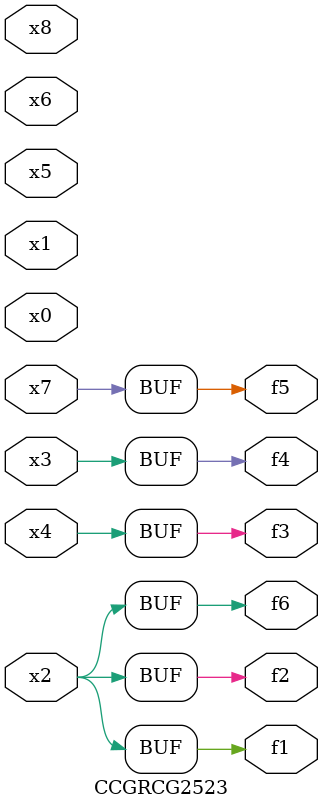
<source format=v>
module CCGRCG2523(
	input x0, x1, x2, x3, x4, x5, x6, x7, x8,
	output f1, f2, f3, f4, f5, f6
);
	assign f1 = x2;
	assign f2 = x2;
	assign f3 = x4;
	assign f4 = x3;
	assign f5 = x7;
	assign f6 = x2;
endmodule

</source>
